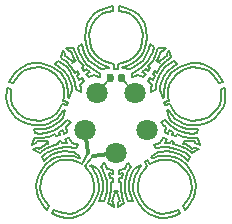
<source format=gbr>
G04 #@! TF.GenerationSoftware,KiCad,Pcbnew,5.0.2-bee76a0~70~ubuntu18.04.1*
G04 #@! TF.CreationDate,2019-05-31T10:22:34+02:00*
G04 #@! TF.ProjectId,GaudiPCR,47617564-6950-4435-922e-6b696361645f,rev?*
G04 #@! TF.SameCoordinates,Original*
G04 #@! TF.FileFunction,Copper,L1,Top*
G04 #@! TF.FilePolarity,Positive*
%FSLAX46Y46*%
G04 Gerber Fmt 4.6, Leading zero omitted, Abs format (unit mm)*
G04 Created by KiCad (PCBNEW 5.0.2-bee76a0~70~ubuntu18.04.1) date Fr 31 Mai 2019 10:22:34 CEST*
%MOMM*%
%LPD*%
G01*
G04 APERTURE LIST*
%ADD10C,0.150000*%
G04 #@! TA.AperFunction,BGAPad,CuDef*
%ADD11C,1.800000*%
G04 #@! TD*
G04 #@! TA.AperFunction,Conductor*
%ADD12C,0.100000*%
G04 #@! TD*
G04 #@! TA.AperFunction,SMDPad,CuDef*
%ADD13C,0.590000*%
G04 #@! TD*
G04 #@! TA.AperFunction,Conductor*
%ADD14C,0.150000*%
G04 #@! TD*
G04 #@! TA.AperFunction,Conductor*
%ADD15C,0.300000*%
G04 #@! TD*
G04 APERTURE END LIST*
D10*
X99066469Y-95092681D02*
X98654989Y-94843761D01*
X101565604Y-91313161D02*
X101126184Y-91033761D01*
X97009584Y-97081854D02*
X97360612Y-96765925D01*
X97062082Y-97331263D02*
X97009584Y-97081854D01*
X97070198Y-97659727D02*
X97072606Y-97553681D01*
X96584889Y-95054581D02*
X96335969Y-95245081D01*
X98955203Y-105436986D02*
X98929701Y-105999285D01*
X99278951Y-106080352D02*
X99316479Y-105674352D01*
X98843109Y-104947397D02*
X98955203Y-105436986D01*
X95881201Y-95622899D02*
X96150203Y-95929302D01*
X96194532Y-96795662D02*
X95997444Y-96333688D01*
X93610912Y-95261808D02*
X94253902Y-95419984D01*
X91433594Y-96143426D02*
X91786793Y-95796155D01*
X95631475Y-101241129D02*
X95561519Y-100913938D01*
X95948576Y-101111810D02*
X95631475Y-101241129D01*
X102627324Y-93543281D02*
X102515564Y-94013181D01*
X97146229Y-94704061D02*
X97354509Y-95054581D01*
X101126184Y-91033761D02*
X100735024Y-90894061D01*
X104082145Y-100478960D02*
X104271216Y-100649879D01*
X103882513Y-100217998D02*
X103942897Y-100305206D01*
X104222400Y-100096879D02*
X103882513Y-100217998D01*
X104305249Y-100187471D02*
X104222400Y-100096879D01*
X104363836Y-99241698D02*
X104531676Y-99881549D01*
X104457324Y-99200640D02*
X104363836Y-99241698D01*
X104542284Y-99330606D02*
X104457324Y-99200640D01*
X104783219Y-99652928D02*
X104542284Y-99330606D01*
X103942897Y-100305206D02*
X104082145Y-100478960D01*
X104531676Y-99881549D02*
X104757156Y-100123429D01*
X97974269Y-93964921D02*
X97834569Y-93393421D01*
X102276804Y-95582901D02*
X101916124Y-95834361D01*
X97164027Y-103783809D02*
X96837155Y-103637371D01*
X92161689Y-99787900D02*
X91809411Y-99515866D01*
X97755829Y-94363701D02*
X97946329Y-94653261D01*
X101620581Y-106369087D02*
X101535791Y-105997426D01*
X102167637Y-104637297D02*
X101981054Y-105080538D01*
X102480819Y-104221381D02*
X102167637Y-104637297D01*
X105218683Y-108106409D02*
X104746701Y-108273506D01*
X101519710Y-105651194D02*
X101580817Y-105173532D01*
X102039797Y-107201046D02*
X101806365Y-106814934D01*
X98883986Y-104126263D02*
X98823430Y-104019475D01*
X97966399Y-103889724D02*
X98523068Y-104247073D01*
X97898461Y-103965948D02*
X97966399Y-103889724D01*
X97995812Y-104086912D02*
X97898461Y-103965948D01*
X98227906Y-104415657D02*
X97995812Y-104086912D01*
X98995349Y-91033761D02*
X99386509Y-90894061D01*
X94714186Y-100184602D02*
X95032911Y-99951652D01*
X93046072Y-100107302D02*
X92571212Y-99982388D01*
X97555169Y-95770861D02*
X97354509Y-95902941D01*
X101837384Y-94493241D02*
X102147264Y-93964921D01*
X97326569Y-95534641D02*
X96945569Y-95074901D01*
X102645104Y-94564361D02*
X102855924Y-94094461D01*
X95364347Y-100123439D02*
X95022677Y-100402348D01*
X95519992Y-98723816D02*
X95341621Y-99034418D01*
X99914829Y-95318741D02*
X99564309Y-95245081D01*
X95369123Y-96097486D02*
X95585643Y-96368141D01*
X96295898Y-95546656D02*
X95835325Y-95081864D01*
X106254471Y-104138736D02*
X105959392Y-103797414D01*
X104468025Y-103075681D02*
X104073247Y-103076799D01*
X105772120Y-104118711D02*
X106082867Y-104498884D01*
X106766973Y-105150948D02*
X106603600Y-104701377D01*
X105265508Y-103287457D02*
X104941192Y-103165171D01*
X105502989Y-102235827D02*
X106087357Y-102530229D01*
X97166549Y-93662661D02*
X96846509Y-93853161D01*
X98975029Y-95433041D02*
X99356029Y-95562581D01*
X95533358Y-94876920D02*
X95369510Y-94772939D01*
X91021115Y-96829312D02*
X91149969Y-96556035D01*
X102106624Y-92034521D02*
X101855164Y-91612881D01*
X95561519Y-100913938D02*
X95220809Y-101107695D01*
X95220809Y-101107695D02*
X95284417Y-101339349D01*
X104275784Y-93934441D02*
X104006544Y-94254481D01*
X103945584Y-93944601D02*
X104275784Y-93934441D01*
X95032911Y-99951652D02*
X95338284Y-99652938D01*
X92030908Y-100124647D02*
X92644071Y-100374620D01*
X107075431Y-100107292D02*
X107550291Y-99982378D01*
X108487019Y-99856955D02*
X108090595Y-100124637D01*
X106176973Y-100482011D02*
X105842718Y-100390314D01*
X105750967Y-101472385D02*
X106396776Y-101577693D01*
X108635389Y-99146410D02*
X108830961Y-98778404D01*
X108972885Y-97858968D02*
X108923817Y-97444926D01*
X107550291Y-99982378D02*
X107959814Y-99787890D01*
X106499104Y-101218618D02*
X106041649Y-101166951D01*
X91197686Y-97444936D02*
X90857075Y-97334265D01*
X94881882Y-100901426D02*
X95131528Y-100774225D01*
X97844729Y-96035021D02*
X97555169Y-95770861D01*
X95551120Y-94148246D02*
X95772296Y-94503206D01*
X95458745Y-94465424D02*
X95551120Y-94148246D01*
X96615400Y-96051076D02*
X96295898Y-95546656D01*
X100317544Y-104286080D02*
X100292543Y-104627623D01*
X100787229Y-104236817D02*
X100317544Y-104286080D01*
X100891357Y-104004184D02*
X100787229Y-104236817D01*
X101077857Y-103733681D02*
X101013576Y-103818058D01*
X101298078Y-104019505D02*
X101077857Y-103733681D01*
X101237522Y-104126293D02*
X101298078Y-104019505D01*
X102155109Y-103889754D02*
X101598440Y-104247103D01*
X100735024Y-90894061D02*
X100326084Y-90812781D01*
X102286964Y-93393421D02*
X102314904Y-92903201D01*
X91361726Y-96939983D02*
X91021115Y-96829312D01*
X96373978Y-96309142D02*
X96501178Y-96558788D01*
X95757667Y-99241708D02*
X95589827Y-99881559D01*
X95664179Y-99200650D02*
X95757667Y-99241708D01*
X94038646Y-104498854D02*
X93821653Y-104896909D01*
X94162430Y-102880843D02*
X94562887Y-102653757D01*
X93710242Y-106225647D02*
X93901513Y-106709970D01*
X93901513Y-106709970D02*
X94135854Y-107052907D01*
X96084152Y-102361895D02*
X96543387Y-102425542D01*
X102276804Y-96035021D02*
X102566364Y-95770861D01*
X102566364Y-95770861D02*
X102767024Y-95902941D01*
X94848461Y-107671291D02*
X94637952Y-107961032D01*
X99274252Y-105235524D02*
X99230422Y-104958790D01*
X98140454Y-105080508D02*
X98234440Y-105582058D01*
X97786309Y-95034261D02*
X97476429Y-94564361D01*
X103069613Y-103225154D02*
X103581492Y-102806158D01*
X103121112Y-103313322D02*
X103069613Y-103225154D01*
X103266239Y-103258115D02*
X103121112Y-103313322D01*
X103650615Y-103138970D02*
X103266239Y-103258115D01*
X103354181Y-102117337D02*
X103568965Y-102058616D01*
X103581492Y-102806158D02*
X103906084Y-102743007D01*
X102617164Y-92433301D02*
X102665424Y-93093701D01*
X101524964Y-95234921D02*
X101146504Y-95433041D01*
X95547831Y-97100983D02*
X95329063Y-96639977D01*
X96150203Y-95929302D02*
X96373978Y-96309142D01*
X99496170Y-104593018D02*
X99575160Y-104976926D01*
X99575160Y-104976926D02*
X99815131Y-104988016D01*
X99828965Y-104627593D02*
X99496170Y-104593018D01*
X99803964Y-104286050D02*
X99828965Y-104627593D01*
X92653968Y-95330118D02*
X93132859Y-95245356D01*
X92151171Y-95545991D02*
X92653968Y-95330118D01*
X97654495Y-107706924D02*
X98081711Y-107201016D01*
X95374807Y-108273476D02*
X95864672Y-108346819D01*
X98650394Y-106910917D02*
X99021285Y-106944914D01*
X98824058Y-106503358D02*
X98650394Y-106910917D01*
X94669704Y-95595147D02*
X95082069Y-95846644D01*
X91786793Y-95796155D02*
X92151171Y-95545991D01*
X99021285Y-106944914D02*
X99186729Y-106531383D01*
X97374643Y-107478483D02*
X97007064Y-107729456D01*
X94370536Y-101472395D02*
X93724727Y-101577703D01*
X91486114Y-99146420D02*
X91290542Y-98778414D01*
X97636449Y-91973561D02*
X97504369Y-92433301D01*
X95341621Y-99034418D02*
X95042839Y-99460797D01*
X90800691Y-97631089D02*
X90787623Y-98131607D01*
X91634484Y-99856965D02*
X92030908Y-100124647D01*
X93944530Y-100482021D02*
X94278785Y-100390324D01*
X101855164Y-91612881D02*
X101565604Y-91313161D01*
X99364580Y-107068748D02*
X99617525Y-107265082D01*
X99436016Y-106888319D02*
X99364580Y-107068748D01*
X94637952Y-107961032D02*
X94902825Y-108106379D01*
X97072606Y-97553681D02*
X97062082Y-97331263D01*
X96347254Y-97550352D02*
X96307010Y-97222132D01*
X96501178Y-96558788D02*
X96628874Y-96979519D01*
X97476429Y-94564361D02*
X97265609Y-94094461D01*
X95835325Y-95081864D02*
X95533358Y-94876920D01*
X95646301Y-95893768D02*
X95264547Y-95548060D01*
X93333609Y-102008799D02*
X93379918Y-101866274D01*
X92946033Y-102165964D02*
X93333609Y-102008799D01*
X94239755Y-101809143D02*
X94344010Y-102104747D01*
X100765504Y-95562581D02*
X100615644Y-95603221D01*
X101146504Y-95433041D02*
X100765504Y-95562581D01*
X98614349Y-96052801D02*
X98726109Y-96103601D01*
X103114444Y-107729486D02*
X103565712Y-107922795D01*
X101806365Y-106814934D02*
X101620581Y-106369087D01*
X104256836Y-108346849D02*
X103815005Y-108335059D01*
X100561658Y-106545054D02*
X100685492Y-106888349D01*
X101191807Y-105999315D02*
X101297450Y-106503388D01*
X101946908Y-106191650D02*
X102169807Y-106736115D01*
X96955729Y-94284961D02*
X97146229Y-94704061D01*
X94884493Y-95320415D02*
X95164567Y-95074907D01*
X95264547Y-95548060D02*
X94884493Y-95320415D01*
X104286185Y-95081864D02*
X104588152Y-94876920D01*
X104475209Y-95893768D02*
X104856963Y-95548060D01*
X105199150Y-96182004D02*
X105699508Y-95872539D01*
X104183611Y-97166297D02*
X104112138Y-97587456D01*
X106510598Y-95261808D02*
X105867608Y-95419984D01*
X108687916Y-96143426D02*
X108334717Y-95796155D01*
X105237017Y-95320415D02*
X104956943Y-95074907D01*
X104580028Y-95312214D02*
X104240309Y-95622899D01*
X107900863Y-95915757D02*
X108302375Y-96247331D01*
X108302375Y-96247331D02*
X108556113Y-96576176D01*
X103492636Y-96979519D02*
X103411256Y-97435946D01*
X107047625Y-95624130D02*
X107526333Y-95732988D01*
X105451806Y-95595147D02*
X105039441Y-95846644D01*
X108334717Y-95796155D02*
X107970339Y-95545991D01*
X99505889Y-95603221D02*
X99495729Y-95704821D01*
X98835329Y-95742921D02*
X98535609Y-95603221D01*
X97834569Y-93393421D02*
X97806629Y-92903201D01*
X102365704Y-94363701D02*
X102175204Y-94653261D01*
X99795449Y-90812781D02*
X99795449Y-90454641D01*
X102474924Y-95384781D02*
X102276804Y-95582901D01*
X97806629Y-92903201D02*
X97865049Y-92453621D01*
X105702595Y-107359062D02*
X105913104Y-107648803D01*
X104753694Y-102397189D02*
X104476960Y-102353359D01*
X104255902Y-103427592D02*
X104761947Y-103493195D01*
X105184094Y-102492635D02*
X104753694Y-102397189D01*
X103906084Y-102743007D02*
X104346439Y-102718194D01*
X102957486Y-103783839D02*
X103284358Y-103637401D01*
X99107932Y-103818028D02*
X99230151Y-104004154D01*
X98523068Y-104247073D02*
X98683432Y-104536263D01*
X99230422Y-104958790D02*
X99086430Y-104543353D01*
X98500927Y-106369057D02*
X98585717Y-105997396D01*
X91016992Y-99036724D02*
X91296876Y-99506905D01*
X94230989Y-100019589D02*
X93632770Y-100151043D01*
X102566364Y-96202661D02*
X102276804Y-96035021D01*
X102345384Y-96464281D02*
X102566364Y-96202661D01*
X97354509Y-95054581D02*
X97646609Y-95384781D01*
X98266369Y-91612881D02*
X98555929Y-91313161D01*
X96785694Y-95946165D02*
X96615400Y-96051076D01*
X96957040Y-96191459D02*
X96785694Y-95946165D01*
X96931169Y-96698500D02*
X96769417Y-96341483D01*
X101895804Y-91132821D02*
X102256484Y-91544301D01*
X97953871Y-104637267D02*
X98140454Y-105080508D01*
X97640689Y-104221351D02*
X97953871Y-104637267D01*
X94902825Y-108106379D02*
X95374807Y-108273476D01*
X98601798Y-105651164D02*
X98540691Y-105173502D01*
X94301155Y-103217103D02*
X93967209Y-103508210D01*
X93820264Y-103165979D02*
X94162430Y-102880843D01*
X93821653Y-104896909D02*
X93696552Y-105324053D01*
X95274808Y-102762849D02*
X94747911Y-102960863D01*
X103536644Y-95054581D02*
X103785564Y-95245081D01*
X103795724Y-94483081D02*
X103536644Y-95054581D01*
X98614349Y-96433801D02*
X98406069Y-96355061D01*
X95367819Y-102397159D02*
X95644553Y-102353329D01*
X95865611Y-103427562D02*
X95359566Y-103493165D01*
X94937419Y-102492605D02*
X95367819Y-102397159D01*
X96215429Y-102742977D02*
X95775074Y-102718164D01*
X98185089Y-96228061D02*
X97776149Y-96464281D01*
X103577284Y-94142721D02*
X103625544Y-93954761D01*
X98654989Y-94843761D02*
X98284149Y-94493241D01*
X101466544Y-94843761D02*
X101837384Y-94493241D01*
X99795449Y-90454641D02*
X99495729Y-90492741D01*
X96544249Y-94142721D02*
X96495989Y-93954761D01*
X91809411Y-99515866D02*
X91486114Y-99146420D01*
X93083420Y-100477312D02*
X93564857Y-100516229D01*
X96645849Y-94493241D02*
X96544249Y-94142721D01*
X98535609Y-95603221D02*
X98164769Y-95364461D01*
X91160606Y-98274162D02*
X91148618Y-97858978D01*
X95482136Y-100508904D02*
X95816254Y-100187481D01*
X101585924Y-95603221D02*
X101956764Y-95364461D01*
X96769417Y-96341483D02*
X96957040Y-96191459D01*
X97180083Y-96474916D02*
X96931169Y-96698500D01*
X97360612Y-96765925D02*
X97180083Y-96474916D01*
X94314784Y-102040235D02*
X94225377Y-101739806D01*
X93769266Y-102350304D02*
X94314784Y-102040235D01*
X93585581Y-102499414D02*
X93769266Y-102350304D01*
X97646609Y-95384781D02*
X97844729Y-95582901D01*
X102223047Y-103965978D02*
X102155109Y-103889754D01*
X102125696Y-104086942D02*
X102223047Y-103965978D01*
X101893602Y-104415687D02*
X102125696Y-104086942D01*
X101013576Y-103818058D02*
X100891357Y-104004184D01*
X101598440Y-104247103D02*
X101438076Y-104536293D01*
X100891086Y-104958820D02*
X101035078Y-104543383D01*
X101105864Y-90634981D02*
X101545284Y-90863581D01*
X104856963Y-95548060D02*
X105237017Y-95320415D01*
X104956943Y-95074907D02*
X104580028Y-95312214D01*
X106602729Y-95611113D02*
X107047625Y-95624130D01*
X104124066Y-96333688D02*
X104475209Y-95893768D01*
X104240309Y-95622899D02*
X103971307Y-95929302D01*
X103926978Y-96795662D02*
X104124066Y-96333688D01*
X97174169Y-95664181D02*
X97326569Y-95534641D01*
X101395424Y-96103601D02*
X101405584Y-96464281D01*
X101507184Y-96052801D02*
X101395424Y-96103601D01*
X91149969Y-96556035D02*
X91433594Y-96143426D01*
X95585643Y-96368141D02*
X95816970Y-96790495D01*
X108830961Y-98778404D02*
X108960897Y-98274152D01*
X108960897Y-98274152D02*
X108972885Y-97858968D01*
X104639367Y-100508894D02*
X104305249Y-100187471D01*
X108312092Y-99515856D02*
X108635389Y-99146410D01*
X107038083Y-100477302D02*
X106556646Y-100516219D01*
X109252257Y-98620151D02*
X109104511Y-99036714D01*
X106396776Y-101577693D02*
X106761536Y-101566004D01*
X106072474Y-100809743D02*
X106584522Y-100865037D01*
X96628874Y-96979519D02*
X96710254Y-97435946D01*
X93073885Y-95624130D02*
X92595177Y-95732988D01*
X96724031Y-97557934D02*
X97070198Y-97659727D01*
X96710254Y-97435946D02*
X96724031Y-97557934D01*
X96106944Y-98166655D02*
X96347254Y-97550352D01*
X99939114Y-106126722D02*
X100252467Y-106118916D01*
X99812796Y-106741358D02*
X99939114Y-106126722D01*
X99727746Y-106962130D02*
X99812796Y-106741358D01*
X99848985Y-107050215D02*
X99727746Y-106962130D01*
X99878690Y-107467387D02*
X99848985Y-107050215D01*
X98715949Y-96464281D02*
X98614349Y-96433801D01*
X106301249Y-103166009D02*
X105959083Y-102880873D01*
X106299860Y-104896939D02*
X106424961Y-105324083D01*
X104846705Y-102762879D02*
X105373602Y-102960893D01*
X105558626Y-102653787D02*
X105184094Y-102492635D01*
X104346439Y-102718194D02*
X104846705Y-102762879D01*
X105323182Y-103738472D02*
X105772120Y-104118711D01*
X104073247Y-103076799D02*
X103650615Y-103138970D01*
X106603600Y-104701377D02*
X106254471Y-104138736D01*
X106437957Y-107044563D02*
X106659088Y-106601338D01*
X106154304Y-103508240D02*
X106301249Y-103166009D01*
X105820358Y-103217133D02*
X106154304Y-103508240D01*
X102335224Y-95034261D02*
X102645104Y-94564361D01*
X97494209Y-93543281D02*
X97605969Y-94013181D01*
X98596569Y-95234921D02*
X98975029Y-95433041D01*
X95001615Y-101437082D02*
X94925510Y-101252111D01*
X95284417Y-101339349D02*
X95001615Y-101437082D01*
X97865049Y-92453621D02*
X98014909Y-92034521D01*
X103051312Y-97659727D02*
X103048904Y-97553681D01*
X103397479Y-97557934D02*
X103051312Y-97659727D01*
X103411256Y-97435946D02*
X103397479Y-97557934D01*
X104014566Y-98166655D02*
X103774256Y-97550352D01*
X104114332Y-98144922D02*
X104014566Y-98166655D01*
X104106674Y-97989838D02*
X104114332Y-98144922D01*
X104112138Y-97587456D02*
X104106674Y-97989838D01*
X103048904Y-97553681D02*
X103059428Y-97331263D01*
X97865049Y-91544301D02*
X97636449Y-91973561D01*
X98276529Y-95003781D02*
X98596569Y-95234921D01*
X99495729Y-95704821D02*
X98835329Y-95742921D01*
X99495729Y-90492741D02*
X99015669Y-90634981D01*
X99564309Y-95245081D02*
X99066469Y-95092681D01*
X96495989Y-93954761D02*
X96175949Y-93944601D01*
X99617525Y-107265082D02*
X99878690Y-107467387D01*
X99621255Y-105302399D02*
X99659262Y-105898281D01*
X99820690Y-105287177D02*
X99621255Y-105302399D01*
X99815131Y-104988016D02*
X99820690Y-105287177D01*
X102515564Y-94013181D02*
X102365704Y-94363701D01*
X92220647Y-95915757D02*
X91819135Y-96247331D01*
X91819135Y-96247331D02*
X91565397Y-96576176D01*
X91148618Y-97858978D02*
X91197686Y-97444936D01*
X92571212Y-99982388D02*
X92161689Y-99787900D01*
X99386509Y-90894061D02*
X99795449Y-90812781D01*
X96114989Y-94254481D02*
X96264849Y-94254481D01*
X100326084Y-90812781D02*
X100326084Y-90454641D01*
X94678949Y-99775217D02*
X94230989Y-100019589D01*
X94477580Y-101077192D02*
X94881882Y-100901426D01*
X97776149Y-96464281D02*
X97555169Y-96202661D01*
X104894433Y-107845932D02*
X105273047Y-107671321D01*
X102435346Y-107149134D02*
X102746865Y-107478513D01*
X100934779Y-106531413D02*
X100842557Y-106080382D01*
X103976141Y-107995075D02*
X104495865Y-107962830D01*
X104495865Y-107962830D02*
X104894433Y-107845932D01*
X101035078Y-104543383D02*
X101237522Y-104126293D01*
X96325809Y-94483081D02*
X96584889Y-95054581D01*
X97504369Y-92433301D02*
X97456109Y-93093701D01*
X101703874Y-104798422D02*
X101893602Y-104415687D01*
X102467013Y-107706954D02*
X102039797Y-107201046D01*
X104746701Y-108273506D02*
X104256836Y-108346849D01*
X101471114Y-106910947D02*
X101100223Y-106944944D01*
X101297450Y-106503388D02*
X101471114Y-106910947D01*
X101100223Y-106944944D02*
X100934779Y-106531413D01*
X96264849Y-94254481D02*
X96325809Y-94483081D01*
X95164567Y-95074907D02*
X95541482Y-95312214D01*
X95589827Y-99881559D02*
X95364347Y-100123439D01*
X95131528Y-100774225D02*
X95482136Y-100508904D01*
X94591688Y-100660247D02*
X94049029Y-100809753D01*
X94079854Y-101166961D02*
X94477580Y-101077192D01*
X102954984Y-93662661D02*
X103275024Y-93853161D01*
X102746865Y-107478513D02*
X103114444Y-107729486D01*
X101166305Y-105437016D02*
X101191807Y-105999315D01*
X100842557Y-106080382D02*
X100805029Y-105674382D01*
X101278399Y-104947427D02*
X101166305Y-105437016D01*
X103281348Y-108214167D02*
X102844095Y-108001256D01*
X100500253Y-105302429D02*
X100462246Y-105898311D01*
X100300818Y-105287207D02*
X100500253Y-105302429D01*
X100306377Y-104988046D02*
X100300818Y-105287207D01*
X100625338Y-104593048D02*
X100546348Y-104976956D01*
X100546348Y-104976956D02*
X100306377Y-104988046D01*
X100292543Y-104627623D02*
X100625338Y-104593048D01*
X96388028Y-95197351D02*
X96646125Y-95019482D01*
X95924560Y-94774348D02*
X96388028Y-95197351D01*
X95725987Y-94645731D02*
X95924560Y-94774348D01*
X95772296Y-94503206D02*
X95725987Y-94645731D01*
X103275024Y-93853161D02*
X103165804Y-94284961D01*
X103165804Y-94284961D02*
X102975304Y-94704061D01*
X101507184Y-96433801D02*
X101715464Y-96355061D01*
X104346934Y-101681765D02*
X104211212Y-101987587D01*
X104014382Y-101599998D02*
X104346934Y-101681765D01*
X103822390Y-102031472D02*
X104014382Y-101599998D01*
X103568965Y-102058616D02*
X103822390Y-102031472D01*
X103254069Y-102152397D02*
X103354181Y-102117337D01*
X103457851Y-102450165D02*
X103254069Y-102152397D01*
X103578126Y-102425572D02*
X103457851Y-102450165D01*
X102256484Y-92453621D02*
X102106624Y-92034521D01*
X94562887Y-102653757D02*
X94937419Y-102492605D01*
X95775074Y-102718164D02*
X95274808Y-102762849D01*
X93287169Y-105632564D02*
X93354540Y-105150918D01*
X93337104Y-106177459D02*
X93287169Y-105632564D01*
X95359566Y-103493165D02*
X94798331Y-103738442D01*
X95910301Y-101987557D02*
X95520774Y-102031068D01*
X95520774Y-102031068D02*
X95436071Y-101806268D01*
X95774579Y-101681735D02*
X95910301Y-101987557D01*
X96107131Y-101599968D02*
X95774579Y-101681735D01*
X96299123Y-102031442D02*
X96107131Y-101599968D01*
X96552548Y-102058586D02*
X96299123Y-102031442D01*
X107175470Y-102165954D02*
X106787894Y-102008789D01*
X107063770Y-101855055D02*
X107175470Y-102165954D01*
X105195993Y-101252101D02*
X105750967Y-101472385D01*
X105119888Y-101437072D02*
X105195993Y-101252101D01*
X104837086Y-101339339D02*
X105119888Y-101437072D01*
X104559984Y-100913928D02*
X104900694Y-101107685D01*
X104900694Y-101107685D02*
X104837086Y-101339339D01*
X104490028Y-101241119D02*
X104559984Y-100913928D01*
X104172927Y-101111800D02*
X104490028Y-101241119D01*
X104271216Y-100649879D02*
X104172927Y-101111800D01*
X96307010Y-97222132D02*
X96194532Y-96795662D01*
X95610252Y-98445937D02*
X95648514Y-98089811D01*
X96175949Y-93944601D02*
X95845749Y-93934441D01*
X94278785Y-100390324D02*
X94714186Y-100184602D01*
X92644071Y-100374620D02*
X93083420Y-100477312D01*
X98081711Y-107201016D02*
X98315143Y-106814904D01*
X98540691Y-105173502D02*
X98417634Y-104798392D01*
X97951701Y-106736085D02*
X97686162Y-107149104D01*
X97277413Y-108001226D02*
X97654495Y-107706924D01*
X96238990Y-100218008D02*
X96178606Y-100305216D01*
X99356029Y-95562581D02*
X99505889Y-95603221D01*
X100326084Y-90454641D02*
X100625804Y-90492741D01*
X93166294Y-101553829D02*
X93057733Y-101855065D01*
X93359967Y-101566014D02*
X93166294Y-101553829D01*
X101055064Y-95092681D02*
X101466544Y-94843761D01*
X100557224Y-95245081D02*
X101055064Y-95092681D01*
X102947364Y-95664181D02*
X102794964Y-95534641D01*
X102767024Y-95902941D02*
X102947364Y-95664181D01*
X103815005Y-108335059D02*
X103281348Y-108214167D01*
X101887068Y-105582088D02*
X101946908Y-106191650D01*
X100756928Y-107068778D02*
X100503983Y-107265112D01*
X100685492Y-106888349D02*
X100756928Y-107068778D01*
X105483556Y-107961062D02*
X105218683Y-108106409D01*
X105273047Y-107671321D02*
X105483556Y-107961062D01*
X96846509Y-93853161D02*
X96955729Y-94284961D01*
X96470898Y-103138940D02*
X96855274Y-103258085D01*
X96767332Y-102117307D02*
X96552548Y-102058586D01*
X96540021Y-102806128D02*
X96215429Y-102742977D01*
X95644553Y-102353329D02*
X96084152Y-102361895D01*
X94528736Y-103482918D02*
X94856005Y-103287427D01*
X104037361Y-102361925D02*
X103578126Y-102425572D01*
X106424961Y-105324083D02*
X106469359Y-105813001D01*
X105959392Y-103797414D02*
X105592777Y-103482948D01*
X106659088Y-106601338D02*
X106784409Y-106177489D01*
X106087357Y-102530229D02*
X106375583Y-102754087D01*
X105373602Y-102960893D02*
X105820358Y-103217133D01*
X104476960Y-102353359D02*
X104037361Y-102361925D01*
X105592777Y-103482948D02*
X105265508Y-103287457D01*
X103776697Y-103468073D02*
X104255902Y-103427592D01*
X103284358Y-103637401D02*
X103776697Y-103468073D01*
X106133187Y-107441809D02*
X106437957Y-107044563D01*
X104941192Y-103165171D02*
X104468025Y-103075681D01*
X93464342Y-102411329D02*
X93585581Y-102499414D01*
X93058409Y-102511992D02*
X93464342Y-102411329D01*
X93331518Y-102697858D02*
X93058409Y-102511992D01*
X95196986Y-102087806D02*
X94618524Y-102235797D01*
X95149834Y-101893428D02*
X95196986Y-102087806D01*
X95436071Y-101806268D02*
X95149834Y-101893428D01*
X97686162Y-107149104D02*
X97374643Y-107478483D01*
X99186729Y-106531383D02*
X99278951Y-106080352D01*
X96145367Y-107995045D02*
X95625643Y-107962800D01*
X95625643Y-107962800D02*
X95227075Y-107845902D01*
X98014909Y-92034521D02*
X98266369Y-91612881D01*
X93616167Y-101878939D02*
X94239755Y-101809143D01*
X93379918Y-101866274D02*
X93616167Y-101878939D01*
X98406069Y-96355061D02*
X98185089Y-96228061D01*
X98284149Y-94493241D02*
X97974269Y-93964921D01*
X92595177Y-95732988D02*
X92220647Y-95915757D01*
X91565397Y-96576176D02*
X91361726Y-96939983D01*
X95082069Y-95846644D02*
X95369123Y-96097486D01*
X95657414Y-97569244D02*
X95547831Y-97100983D01*
X95648514Y-98089811D02*
X95657414Y-97569244D01*
X103175964Y-95074901D02*
X103475684Y-94493241D01*
X101845004Y-95003781D02*
X101524964Y-95234921D01*
X107467542Y-95330118D02*
X106988651Y-95245356D01*
X107970339Y-95545991D02*
X107467542Y-95330118D01*
X104792447Y-96639977D02*
X105199150Y-96182004D01*
X104752000Y-94772939D02*
X104662765Y-94465424D01*
X104588152Y-94876920D02*
X104752000Y-94772939D01*
X109100395Y-96829312D02*
X108971541Y-96556035D01*
X108759784Y-96939983D02*
X109100395Y-96829312D01*
X105881748Y-101809133D02*
X105777493Y-102104737D01*
X106505336Y-101878929D02*
X105881748Y-101809133D01*
X106741585Y-101866264D02*
X106505336Y-101878929D01*
X106787894Y-102008789D02*
X106741585Y-101866264D01*
X94798331Y-103738442D02*
X94349393Y-104118681D01*
X96048266Y-103076769D02*
X96470898Y-103138940D01*
X93517913Y-104701347D02*
X93867042Y-104138706D01*
X93683556Y-107044533D02*
X93462425Y-106601308D01*
X93967209Y-103508210D02*
X93820264Y-103165979D01*
X102485084Y-91973561D02*
X102617164Y-92433301D01*
X100206704Y-95318741D02*
X100557224Y-95245081D01*
X97605969Y-94013181D02*
X97755829Y-94363701D01*
X93622399Y-101218628D02*
X94079854Y-101166961D01*
X91290542Y-98778414D02*
X91160606Y-98274162D01*
X93536981Y-100865047D02*
X93095705Y-100825826D01*
X93177983Y-101189069D02*
X93622399Y-101218628D01*
X95022677Y-100402348D02*
X94591688Y-100660247D01*
X91296876Y-99506905D02*
X91634484Y-99856965D01*
X104304540Y-96790495D02*
X104183611Y-97166297D01*
X105699508Y-95872539D02*
X106157101Y-95694480D01*
X106988651Y-95245356D02*
X106510598Y-95261808D01*
X104752387Y-96097486D02*
X104535867Y-96368141D01*
X103825612Y-95546656D02*
X104286185Y-95081864D01*
X107526333Y-95732988D02*
X107900863Y-95915757D01*
X108556113Y-96576176D02*
X108759784Y-96939983D01*
X106157101Y-95694480D02*
X106602729Y-95611113D01*
X104989975Y-100774215D02*
X104639367Y-100508894D01*
X106556646Y-100516219D02*
X106176973Y-100482011D01*
X105078664Y-99460787D02*
X105442554Y-99775207D01*
X104779882Y-99034408D02*
X105078664Y-99460787D01*
X109320812Y-97631079D02*
X109333880Y-98131597D01*
X105842718Y-100390314D02*
X105407317Y-100184592D01*
X107477432Y-100374610D02*
X107038083Y-100477302D01*
X105407317Y-100184592D02*
X105088592Y-99951642D01*
X95899103Y-100096889D02*
X96238990Y-100218008D01*
X95816254Y-100187481D02*
X95899103Y-100096889D01*
X95850287Y-100649889D02*
X95948576Y-101111810D01*
X96039358Y-100478970D02*
X95850287Y-100649889D01*
X102767024Y-95054581D02*
X102474924Y-95384781D01*
X99086430Y-104543353D02*
X98883986Y-104126263D01*
X97007064Y-107729456D02*
X96555796Y-107922765D01*
X98315143Y-106814904D02*
X98500927Y-106369057D01*
X95864672Y-108346819D02*
X96306503Y-108335029D01*
X94422002Y-95872539D02*
X93964409Y-95694480D01*
X93132859Y-95245356D02*
X93610912Y-95261808D01*
X96867444Y-102152367D02*
X96767332Y-102117307D01*
X96663662Y-102450135D02*
X96867444Y-102152367D01*
X96543387Y-102425542D02*
X96663662Y-102450135D01*
X97051900Y-103225124D02*
X96540021Y-102806128D01*
X97000401Y-103313292D02*
X97051900Y-103225124D01*
X96855274Y-103258085D02*
X97000401Y-103313292D01*
X100625804Y-90492741D02*
X101105864Y-90634981D01*
X95329063Y-96639977D02*
X94922360Y-96182004D01*
X95369510Y-94772939D02*
X95458745Y-94465424D01*
X100625804Y-95704821D02*
X101286204Y-95742921D01*
X100615644Y-95603221D02*
X100625804Y-95704821D01*
X98576249Y-90863581D02*
X98225729Y-91132821D01*
X94922360Y-96182004D02*
X94422002Y-95872539D01*
X95937899Y-97166297D02*
X96009372Y-97587456D01*
X96344816Y-103468043D02*
X95865611Y-103427562D01*
X96837155Y-103637371D02*
X96344816Y-103468043D01*
X93988326Y-107441779D02*
X93683556Y-107044533D01*
X95180321Y-103165141D02*
X95653488Y-103075651D01*
X93867042Y-104138706D02*
X94162121Y-103797384D01*
X95653488Y-103075651D02*
X96048266Y-103076769D01*
X106834344Y-105632594D02*
X106766973Y-105150948D01*
X106784409Y-106177489D02*
X106834344Y-105632594D01*
X104761947Y-103493195D02*
X105323182Y-103738472D01*
X106525106Y-102877783D02*
X106789995Y-102697888D01*
X106375583Y-102754087D02*
X106525106Y-102877783D01*
X105913104Y-107648803D02*
X106133187Y-107441809D01*
X96840160Y-108214137D02*
X97277413Y-108001226D01*
X96306503Y-108335029D02*
X96840160Y-108214137D01*
X98234440Y-105582058D02*
X98174600Y-106191620D01*
X90787623Y-98131607D02*
X90869246Y-98620161D01*
X93095705Y-100825826D02*
X93177983Y-101189069D01*
X102314904Y-92903201D02*
X102256484Y-92453621D01*
X101956764Y-95364461D02*
X102335224Y-95034261D01*
X101580817Y-105173532D02*
X101703874Y-104798422D01*
X102169807Y-106736115D02*
X102435346Y-107149134D01*
X102844095Y-108001256D02*
X102467013Y-107706954D01*
X101535791Y-105997426D02*
X101519710Y-105651194D01*
X100462246Y-105898311D02*
X100561658Y-106545054D01*
X103565712Y-107922795D02*
X103976141Y-107995075D01*
X103856684Y-94254481D02*
X103795724Y-94483081D01*
X104006544Y-94254481D02*
X103856684Y-94254481D01*
X103506110Y-96051076D02*
X103825612Y-95546656D01*
X103335816Y-95946165D02*
X103506110Y-96051076D01*
X103164470Y-96191459D02*
X103335816Y-95946165D01*
X103190341Y-96698500D02*
X103352093Y-96341483D01*
X103352093Y-96341483D02*
X103164470Y-96191459D01*
X102941427Y-96474916D02*
X103190341Y-96698500D01*
X102760898Y-96765925D02*
X102941427Y-96474916D01*
X103111926Y-97081854D02*
X102760898Y-96765925D01*
X103059428Y-97331263D02*
X103111926Y-97081854D01*
X94049029Y-100809753D02*
X93536981Y-100865047D01*
X93632770Y-100151043D02*
X93046072Y-100107302D01*
X99316479Y-105674352D02*
X99274252Y-105235524D01*
X98683432Y-104536263D02*
X98843109Y-104947397D01*
X97400409Y-103955729D02*
X97640689Y-104221351D01*
X97265609Y-94094461D02*
X97166549Y-93662661D01*
X95579219Y-99330616D02*
X95664179Y-99200650D01*
X95338284Y-99652938D02*
X95579219Y-99330616D01*
X106761536Y-101566004D02*
X106955209Y-101553819D01*
X109264428Y-97334255D02*
X109320812Y-97631079D01*
X108923817Y-97444926D02*
X109264428Y-97334255D01*
X105239621Y-100901416D02*
X104989975Y-100774215D01*
X105442554Y-99775207D02*
X105890514Y-100019579D01*
X105643923Y-101077182D02*
X105239621Y-100901416D01*
X104757156Y-100123429D02*
X105098826Y-100402338D01*
X104601511Y-98723806D02*
X104779882Y-99034408D01*
X103475684Y-94493241D02*
X103577284Y-94142721D01*
X102855924Y-94094461D02*
X102954984Y-93662661D01*
X96945569Y-95074901D02*
X96645849Y-94493241D01*
X102147264Y-93964921D02*
X102286964Y-93393421D01*
X93964409Y-95694480D02*
X93518781Y-95611113D01*
X95541482Y-95312214D02*
X95881201Y-95622899D01*
X106488733Y-100151033D02*
X107075431Y-100107292D01*
X105088592Y-99951642D02*
X104783219Y-99652928D01*
X108090595Y-100124637D02*
X107477432Y-100374610D01*
X109333880Y-98131597D02*
X109252257Y-98620151D01*
X107025798Y-100825816D02*
X106943520Y-101189059D01*
X106584522Y-100865037D02*
X107025798Y-100825816D01*
X106943520Y-101189059D02*
X106499104Y-101218618D01*
X107959814Y-99787890D02*
X108312092Y-99515856D01*
X105529815Y-100660237D02*
X106072474Y-100809743D01*
X106041649Y-101166951D02*
X105643923Y-101077182D01*
X105098826Y-100402338D02*
X105529815Y-100660237D01*
X108824627Y-99506895D02*
X108487019Y-99856955D01*
X109104511Y-99036714D02*
X108824627Y-99506895D01*
X105890514Y-100019579D02*
X106488733Y-100151033D01*
X106955209Y-101553819D02*
X107063770Y-101855055D01*
X90857075Y-97334265D02*
X90800691Y-97631089D01*
X105806729Y-102040265D02*
X105896136Y-101739836D01*
X106352247Y-102350334D02*
X105806729Y-102040265D01*
X106535932Y-102499444D02*
X106352247Y-102350334D01*
X106657171Y-102411359D02*
X106535932Y-102499444D01*
X107063104Y-102512022D02*
X106657171Y-102411359D01*
X103774256Y-97550352D02*
X103814500Y-97222132D01*
X103620332Y-96558788D02*
X103492636Y-96979519D01*
X105039441Y-95846644D02*
X104752387Y-96097486D01*
X104464096Y-97569244D02*
X104573679Y-97100983D01*
X104472996Y-98089811D02*
X104464096Y-97569244D01*
X108971541Y-96556035D02*
X108687916Y-96143426D01*
X104535867Y-96368141D02*
X104304540Y-96790495D01*
X105867608Y-95419984D02*
X105451806Y-95595147D01*
X94253902Y-95419984D02*
X94669704Y-95595147D01*
X95816970Y-96790495D02*
X95937899Y-97166297D01*
X97844729Y-95582901D02*
X98205409Y-95834361D01*
X97946329Y-94653261D02*
X98276529Y-95003781D01*
X99015669Y-90634981D02*
X98576249Y-90863581D01*
X98164769Y-95364461D02*
X97786309Y-95034261D01*
X96007178Y-98144922D02*
X96106944Y-98166655D01*
X96014836Y-97989838D02*
X96007178Y-98144922D01*
X96009372Y-97587456D02*
X96014836Y-97989838D01*
X95845749Y-93934441D02*
X96114989Y-94254481D01*
X101286204Y-95742921D02*
X101585924Y-95603221D01*
X98555929Y-91313161D02*
X98995349Y-91033761D01*
X93696552Y-105324053D02*
X93652154Y-105812971D01*
X94162121Y-103797384D02*
X94528736Y-103482918D01*
X93462425Y-106601308D02*
X93337104Y-106177459D01*
X94034156Y-102530199D02*
X93745930Y-102754057D01*
X94747911Y-102960863D02*
X94301155Y-103217103D01*
X103747532Y-96309142D02*
X103620332Y-96558788D01*
X104573679Y-97100983D02*
X104792447Y-96639977D01*
X103971307Y-95929302D02*
X103747532Y-96309142D01*
X103814500Y-97222132D02*
X103926978Y-96795662D01*
X104511258Y-98445937D02*
X104472996Y-98089811D01*
X97456109Y-93093701D02*
X97494209Y-93543281D01*
X102256484Y-91544301D02*
X102485084Y-91973561D01*
X101545284Y-90863581D02*
X101895804Y-91132821D01*
X103733482Y-95197351D02*
X103475385Y-95019482D01*
X104196950Y-94774348D02*
X103733482Y-95197351D01*
X104395523Y-94645731D02*
X104196950Y-94774348D01*
X104349214Y-94503206D02*
X104395523Y-94645731D01*
X104570390Y-94148246D02*
X104349214Y-94503206D01*
X104662765Y-94465424D02*
X104570390Y-94148246D01*
X106789995Y-102697888D02*
X107063104Y-102512022D01*
X104924527Y-102087836D02*
X105502989Y-102235827D01*
X104971679Y-101893458D02*
X104924527Y-102087836D01*
X104685442Y-101806298D02*
X104971679Y-101893458D01*
X104211212Y-101987587D02*
X104600739Y-102031098D01*
X104600739Y-102031098D02*
X104685442Y-101806298D01*
X101405584Y-96464281D02*
X101507184Y-96433801D01*
X97555169Y-96202661D02*
X97844729Y-96035021D01*
X99559850Y-106545024D02*
X99436016Y-106888319D01*
X98929701Y-105999285D02*
X98824058Y-106503358D01*
X98174600Y-106191620D02*
X97951701Y-106736085D01*
X98417634Y-104798392D02*
X98227906Y-104415657D01*
X103625544Y-93954761D02*
X103945584Y-93944601D01*
X102975304Y-94704061D02*
X102767024Y-95054581D01*
X96178606Y-100305216D02*
X96039358Y-100478970D01*
X90869246Y-98620161D02*
X91016992Y-99036724D01*
X93724727Y-101577703D02*
X93359967Y-101566014D01*
X94349393Y-104118681D02*
X94038646Y-104498854D01*
X93354540Y-105150918D02*
X93517913Y-104701347D01*
X94856005Y-103287427D02*
X95180321Y-103165141D01*
X94618524Y-102235797D02*
X94034156Y-102530199D01*
X93652154Y-105812971D02*
X93710242Y-106225647D01*
X94135854Y-107052907D02*
X94418918Y-107359032D01*
X98585717Y-105997396D02*
X98601798Y-105651164D01*
X99659262Y-105898281D02*
X99559850Y-106545024D01*
X96555796Y-107922765D02*
X96145367Y-107995045D01*
X95227075Y-107845902D02*
X94848461Y-107671291D01*
X100847256Y-105235554D02*
X100891086Y-104958820D01*
X101981054Y-105080538D02*
X101887068Y-105582088D01*
X100805029Y-105674382D02*
X100847256Y-105235554D01*
X101438076Y-104536293D02*
X101278399Y-104947427D01*
X102721099Y-103955759D02*
X102480819Y-104221381D01*
X98205409Y-95834361D02*
X98614349Y-96052801D01*
X98726109Y-96103601D02*
X98715949Y-96464281D01*
X97354509Y-95902941D02*
X97174169Y-95664181D01*
X102175204Y-94653261D02*
X101845004Y-95003781D01*
X93596407Y-102877753D02*
X93331518Y-102697858D01*
X93745930Y-102754057D02*
X93596407Y-102877753D01*
X94208409Y-107648773D02*
X93988326Y-107441779D01*
X94418918Y-107359032D02*
X94208409Y-107648773D01*
X102665424Y-93093701D02*
X102627324Y-93543281D01*
X100182394Y-106126752D02*
X99869041Y-106118946D01*
X100308712Y-106741388D02*
X100182394Y-106126752D01*
X100393762Y-106962160D02*
X100308712Y-106741388D01*
X100272523Y-107050245D02*
X100393762Y-106962160D01*
X100242818Y-107467417D02*
X100272523Y-107050245D01*
X100503983Y-107265112D02*
X100242818Y-107467417D01*
X93518781Y-95611113D02*
X93073885Y-95624130D01*
X95997444Y-96333688D02*
X95646301Y-95893768D01*
X93057733Y-101855065D02*
X92946033Y-102165964D01*
X94925510Y-101252111D02*
X94370536Y-101472395D01*
X101936444Y-96228061D02*
X102345384Y-96464281D01*
X101715464Y-96355061D02*
X101936444Y-96228061D01*
X98225729Y-91132821D02*
X97865049Y-91544301D01*
X99334279Y-104236787D02*
X99803964Y-104286050D01*
X99230151Y-104004154D02*
X99334279Y-104236787D01*
X99043651Y-103733651D02*
X99107932Y-103818028D01*
X98823430Y-104019475D02*
X99043651Y-103733651D01*
X93564857Y-100516229D02*
X93944530Y-100482021D01*
X95042839Y-99460797D02*
X94678949Y-99775217D01*
X101916124Y-95834361D02*
X101507184Y-96052801D01*
X102794964Y-95534641D02*
X103175964Y-95074901D01*
X106469359Y-105813001D02*
X106411271Y-106225677D01*
X105985659Y-107052937D02*
X105702595Y-107359062D01*
X106082867Y-104498884D02*
X106299860Y-104896939D01*
X105959083Y-102880873D02*
X105558626Y-102653787D01*
X106411271Y-106225677D02*
X106220000Y-106710000D01*
X106220000Y-106710000D02*
X105985659Y-107052937D01*
D11*
G04 #@! TO.P,REF\002A\002A,1*
G04 #@! TO.N,N/C*
X101680000Y-97800000D03*
G04 #@! TD*
G04 #@! TO.P,REF\002A\002A,1*
G04 #@! TO.N,N/C*
X98420000Y-97780000D03*
G04 #@! TD*
G04 #@! TO.P,REF\002A\002A,1*
G04 #@! TO.N,N/C*
X97420000Y-100910000D03*
G04 #@! TD*
G04 #@! TO.P,REF\002A\002A,1*
G04 #@! TO.N,N/C*
X100070000Y-102820000D03*
G04 #@! TD*
G04 #@! TO.P,REF\002A\002A,1*
G04 #@! TO.N,N/C*
X102670000Y-100890000D03*
G04 #@! TD*
D12*
G04 #@! TO.N,N/C*
G04 #@! TO.C,REF\002A\002A*
G36*
X100691958Y-96190710D02*
X100706276Y-96192834D01*
X100720317Y-96196351D01*
X100733946Y-96201228D01*
X100747031Y-96207417D01*
X100759447Y-96214858D01*
X100771073Y-96223481D01*
X100781798Y-96233202D01*
X100791519Y-96243927D01*
X100800142Y-96255553D01*
X100807583Y-96267969D01*
X100813772Y-96281054D01*
X100818649Y-96294683D01*
X100822166Y-96308724D01*
X100824290Y-96323042D01*
X100825000Y-96337500D01*
X100825000Y-96682500D01*
X100824290Y-96696958D01*
X100822166Y-96711276D01*
X100818649Y-96725317D01*
X100813772Y-96738946D01*
X100807583Y-96752031D01*
X100800142Y-96764447D01*
X100791519Y-96776073D01*
X100781798Y-96786798D01*
X100771073Y-96796519D01*
X100759447Y-96805142D01*
X100747031Y-96812583D01*
X100733946Y-96818772D01*
X100720317Y-96823649D01*
X100706276Y-96827166D01*
X100691958Y-96829290D01*
X100677500Y-96830000D01*
X100382500Y-96830000D01*
X100368042Y-96829290D01*
X100353724Y-96827166D01*
X100339683Y-96823649D01*
X100326054Y-96818772D01*
X100312969Y-96812583D01*
X100300553Y-96805142D01*
X100288927Y-96796519D01*
X100278202Y-96786798D01*
X100268481Y-96776073D01*
X100259858Y-96764447D01*
X100252417Y-96752031D01*
X100246228Y-96738946D01*
X100241351Y-96725317D01*
X100237834Y-96711276D01*
X100235710Y-96696958D01*
X100235000Y-96682500D01*
X100235000Y-96337500D01*
X100235710Y-96323042D01*
X100237834Y-96308724D01*
X100241351Y-96294683D01*
X100246228Y-96281054D01*
X100252417Y-96267969D01*
X100259858Y-96255553D01*
X100268481Y-96243927D01*
X100278202Y-96233202D01*
X100288927Y-96223481D01*
X100300553Y-96214858D01*
X100312969Y-96207417D01*
X100326054Y-96201228D01*
X100339683Y-96196351D01*
X100353724Y-96192834D01*
X100368042Y-96190710D01*
X100382500Y-96190000D01*
X100677500Y-96190000D01*
X100691958Y-96190710D01*
X100691958Y-96190710D01*
G37*
D13*
G04 #@! TD*
G04 #@! TO.P,REF\002A\002A,2*
G04 #@! TO.N,N/C*
X100530000Y-96510000D03*
D12*
G04 #@! TO.N,N/C*
G04 #@! TO.C,REF\002A\002A*
G36*
X99721958Y-96190710D02*
X99736276Y-96192834D01*
X99750317Y-96196351D01*
X99763946Y-96201228D01*
X99777031Y-96207417D01*
X99789447Y-96214858D01*
X99801073Y-96223481D01*
X99811798Y-96233202D01*
X99821519Y-96243927D01*
X99830142Y-96255553D01*
X99837583Y-96267969D01*
X99843772Y-96281054D01*
X99848649Y-96294683D01*
X99852166Y-96308724D01*
X99854290Y-96323042D01*
X99855000Y-96337500D01*
X99855000Y-96682500D01*
X99854290Y-96696958D01*
X99852166Y-96711276D01*
X99848649Y-96725317D01*
X99843772Y-96738946D01*
X99837583Y-96752031D01*
X99830142Y-96764447D01*
X99821519Y-96776073D01*
X99811798Y-96786798D01*
X99801073Y-96796519D01*
X99789447Y-96805142D01*
X99777031Y-96812583D01*
X99763946Y-96818772D01*
X99750317Y-96823649D01*
X99736276Y-96827166D01*
X99721958Y-96829290D01*
X99707500Y-96830000D01*
X99412500Y-96830000D01*
X99398042Y-96829290D01*
X99383724Y-96827166D01*
X99369683Y-96823649D01*
X99356054Y-96818772D01*
X99342969Y-96812583D01*
X99330553Y-96805142D01*
X99318927Y-96796519D01*
X99308202Y-96786798D01*
X99298481Y-96776073D01*
X99289858Y-96764447D01*
X99282417Y-96752031D01*
X99276228Y-96738946D01*
X99271351Y-96725317D01*
X99267834Y-96711276D01*
X99265710Y-96696958D01*
X99265000Y-96682500D01*
X99265000Y-96337500D01*
X99265710Y-96323042D01*
X99267834Y-96308724D01*
X99271351Y-96294683D01*
X99276228Y-96281054D01*
X99282417Y-96267969D01*
X99289858Y-96255553D01*
X99298481Y-96243927D01*
X99308202Y-96233202D01*
X99318927Y-96223481D01*
X99330553Y-96214858D01*
X99342969Y-96207417D01*
X99356054Y-96201228D01*
X99369683Y-96196351D01*
X99383724Y-96192834D01*
X99398042Y-96190710D01*
X99412500Y-96190000D01*
X99707500Y-96190000D01*
X99721958Y-96190710D01*
X99721958Y-96190710D01*
G37*
D13*
G04 #@! TD*
G04 #@! TO.P,REF\002A\002A,1*
G04 #@! TO.N,N/C*
X99560000Y-96510000D03*
D14*
G04 #@! TO.N,*
X96030000Y-98560000D02*
X95921713Y-98838369D01*
X96030000Y-98560000D02*
X95610000Y-98450000D01*
X95921713Y-98838369D02*
X95520000Y-98730000D01*
X102730000Y-103450000D02*
X102480000Y-103650000D01*
X102960000Y-103780000D02*
X102730000Y-103450000D01*
X102730000Y-103950000D02*
X102480000Y-103650000D01*
X104140000Y-98550000D02*
X104230000Y-98840000D01*
X104140000Y-98550000D02*
X104520000Y-98420000D01*
X104230000Y-98840000D02*
X104600000Y-98730000D01*
X99910000Y-95710000D02*
X100210000Y-95710000D01*
X100210000Y-95710000D02*
X100210000Y-95320000D01*
X99910000Y-95710000D02*
X99910000Y-95310000D01*
D15*
X97420000Y-100910000D02*
X97710000Y-102900000D01*
X100070000Y-102820000D02*
X98110000Y-103130000D01*
D14*
X97150000Y-103780000D02*
X97710000Y-102900000D01*
X97400000Y-103960000D02*
X98110000Y-103130000D01*
X99560000Y-96510000D02*
X98420000Y-97780000D01*
X100530000Y-96510000D02*
X101680000Y-97800000D01*
G04 #@! TD*
M02*

</source>
